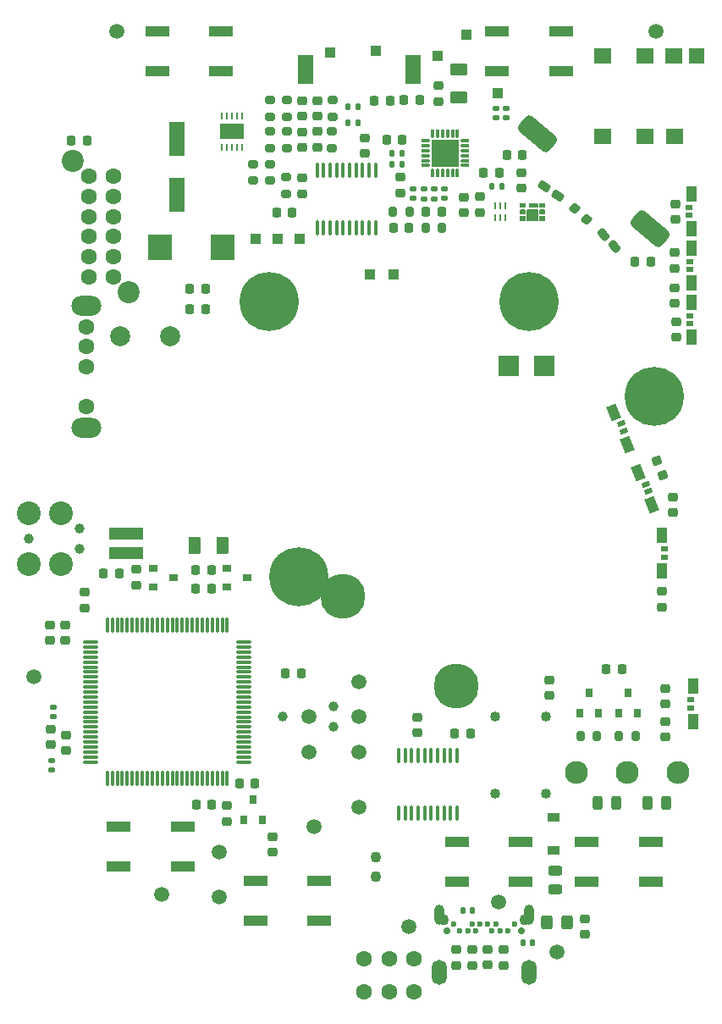
<source format=gbr>
G04 #@! TF.GenerationSoftware,KiCad,Pcbnew,6.0.11+dfsg-1~bpo11+1*
G04 #@! TF.CreationDate,2023-05-24T11:45:56-04:00*
G04 #@! TF.ProjectId,RUSP_Mainboard,52555350-5f4d-4616-996e-626f6172642e,rev?*
G04 #@! TF.SameCoordinates,Original*
G04 #@! TF.FileFunction,Soldermask,Bot*
G04 #@! TF.FilePolarity,Negative*
%FSLAX46Y46*%
G04 Gerber Fmt 4.6, Leading zero omitted, Abs format (unit mm)*
G04 Created by KiCad (PCBNEW 6.0.11+dfsg-1~bpo11+1) date 2023-05-24 11:45:56*
%MOMM*%
%LPD*%
G01*
G04 APERTURE LIST*
G04 Aperture macros list*
%AMRoundRect*
0 Rectangle with rounded corners*
0 $1 Rounding radius*
0 $2 $3 $4 $5 $6 $7 $8 $9 X,Y pos of 4 corners*
0 Add a 4 corners polygon primitive as box body*
4,1,4,$2,$3,$4,$5,$6,$7,$8,$9,$2,$3,0*
0 Add four circle primitives for the rounded corners*
1,1,$1+$1,$2,$3*
1,1,$1+$1,$4,$5*
1,1,$1+$1,$6,$7*
1,1,$1+$1,$8,$9*
0 Add four rect primitives between the rounded corners*
20,1,$1+$1,$2,$3,$4,$5,0*
20,1,$1+$1,$4,$5,$6,$7,0*
20,1,$1+$1,$6,$7,$8,$9,0*
20,1,$1+$1,$8,$9,$2,$3,0*%
%AMRotRect*
0 Rectangle, with rotation*
0 The origin of the aperture is its center*
0 $1 length*
0 $2 width*
0 $3 Rotation angle, in degrees counterclockwise*
0 Add horizontal line*
21,1,$1,$2,0,0,$3*%
%AMFreePoly0*
4,1,10,0.140000,0.000000,0.121244,-0.070000,0.070000,-0.121244,0.000000,-0.140000,-0.070000,-0.121244,-0.121244,-0.070000,-0.140000,0.000000,-0.140000,0.710000,0.140000,0.710000,0.140000,0.000000,0.140000,0.000000,$1*%
G04 Aperture macros list end*
%ADD10C,0.010000*%
%ADD11C,1.020000*%
%ADD12C,2.300000*%
%ADD13C,1.600000*%
%ADD14C,0.700000*%
%ADD15C,0.600000*%
%ADD16O,1.000000X2.000000*%
%ADD17O,1.500000X2.500000*%
%ADD18C,1.100000*%
%ADD19C,2.375000*%
%ADD20C,0.991000*%
%ADD21C,2.000000*%
%ADD22R,0.900000X0.800000*%
%ADD23RoundRect,0.218750X-0.218750X-0.256250X0.218750X-0.256250X0.218750X0.256250X-0.218750X0.256250X0*%
%ADD24RoundRect,0.218750X0.218750X0.256250X-0.218750X0.256250X-0.218750X-0.256250X0.218750X-0.256250X0*%
%ADD25RoundRect,0.218750X0.256250X-0.218750X0.256250X0.218750X-0.256250X0.218750X-0.256250X-0.218750X0*%
%ADD26RoundRect,0.147500X0.172500X-0.147500X0.172500X0.147500X-0.172500X0.147500X-0.172500X-0.147500X0*%
%ADD27RoundRect,0.147500X0.147500X0.172500X-0.147500X0.172500X-0.147500X-0.172500X0.147500X-0.172500X0*%
%ADD28RoundRect,0.147500X-0.172500X0.147500X-0.172500X-0.147500X0.172500X-0.147500X0.172500X0.147500X0*%
%ADD29RoundRect,0.225000X0.225000X0.250000X-0.225000X0.250000X-0.225000X-0.250000X0.225000X-0.250000X0*%
%ADD30RoundRect,0.218750X-0.256250X0.218750X-0.256250X-0.218750X0.256250X-0.218750X0.256250X0.218750X0*%
%ADD31R,2.400000X1.100000*%
%ADD32R,1.000000X1.000000*%
%ADD33C,5.900000*%
%ADD34R,1.600000X1.600000*%
%ADD35R,1.800000X1.600000*%
%ADD36RoundRect,0.243750X-0.243750X-0.456250X0.243750X-0.456250X0.243750X0.456250X-0.243750X0.456250X0*%
%ADD37RoundRect,0.225000X-0.250000X0.225000X-0.250000X-0.225000X0.250000X-0.225000X0.250000X0.225000X0*%
%ADD38RotRect,0.500000X0.800000X292.000000*%
%ADD39RotRect,1.500000X1.000000X292.000000*%
%ADD40RoundRect,0.250000X0.375000X0.625000X-0.375000X0.625000X-0.375000X-0.625000X0.375000X-0.625000X0*%
%ADD41FreePoly0,90.000000*%
%ADD42FreePoly0,0.000000*%
%ADD43FreePoly0,270.000000*%
%ADD44FreePoly0,180.000000*%
%ADD45R,2.700000X2.700000*%
%ADD46RoundRect,0.218750X-0.319536X0.106829X-0.155646X-0.298814X0.319536X-0.106829X0.155646X0.298814X0*%
%ADD47RoundRect,0.218750X0.334028X0.044059X0.008902X0.336803X-0.334028X-0.044059X-0.008902X-0.336803X0*%
%ADD48RoundRect,0.200000X-0.200000X-0.275000X0.200000X-0.275000X0.200000X0.275000X-0.200000X0.275000X0*%
%ADD49RoundRect,0.147500X-0.147500X-0.172500X0.147500X-0.172500X0.147500X0.172500X-0.147500X0.172500X0*%
%ADD50RoundRect,0.212500X0.425571X-0.155068X-0.109734X0.439448X-0.425571X0.155068X0.109734X-0.439448X0*%
%ADD51O,3.000000X2.000000*%
%ADD52R,1.500000X3.000000*%
%ADD53R,1.600000X3.500000*%
%ADD54R,0.280000X0.750000*%
%ADD55R,3.400000X1.200000*%
%ADD56C,1.500000*%
%ADD57RoundRect,0.243750X-0.456250X0.243750X-0.456250X-0.243750X0.456250X-0.243750X0.456250X0.243750X0*%
%ADD58R,2.370000X2.550000*%
%ADD59R,1.200000X0.900000*%
%ADD60RoundRect,0.100000X0.100000X-0.637500X0.100000X0.637500X-0.100000X0.637500X-0.100000X-0.637500X0*%
%ADD61RoundRect,0.100000X-0.100000X0.637500X-0.100000X-0.637500X0.100000X-0.637500X0.100000X0.637500X0*%
%ADD62RoundRect,0.249999X0.325001X0.450001X-0.325001X0.450001X-0.325001X-0.450001X0.325001X-0.450001X0*%
%ADD63R,0.800000X0.900000*%
%ADD64RoundRect,0.250000X0.625000X-0.375000X0.625000X0.375000X-0.625000X0.375000X-0.625000X-0.375000X0*%
%ADD65C,2.200000*%
%ADD66RoundRect,0.212500X0.449546X-0.055361X-0.205776X0.403500X-0.449546X0.055361X0.205776X-0.403500X0*%
%ADD67RoundRect,0.200000X-0.275000X0.200000X-0.275000X-0.200000X0.275000X-0.200000X0.275000X0.200000X0*%
%ADD68R,0.800000X0.500000*%
%ADD69R,1.000000X1.500000*%
%ADD70RoundRect,0.070000X0.070000X-0.667500X0.070000X0.667500X-0.070000X0.667500X-0.070000X-0.667500X0*%
%ADD71RoundRect,0.070000X0.667500X-0.070000X0.667500X0.070000X-0.667500X0.070000X-0.667500X-0.070000X0*%
%ADD72RoundRect,0.500000X1.470460X-0.581159X-0.827673X1.347204X-1.470460X0.581159X0.827673X-1.347204X0*%
%ADD73RoundRect,0.200000X0.200000X0.275000X-0.200000X0.275000X-0.200000X-0.275000X0.200000X-0.275000X0*%
%ADD74R,2.000000X2.000000*%
%ADD75RoundRect,0.200000X0.275000X-0.200000X0.275000X0.200000X-0.275000X0.200000X-0.275000X-0.200000X0*%
%ADD76C,4.500000*%
%ADD77R,0.280000X0.650000*%
%ADD78R,2.480000X1.550000*%
G04 APERTURE END LIST*
G36*
X164725234Y-76150137D02*
G01*
X164730453Y-76150548D01*
X164735643Y-76151231D01*
X164740791Y-76152185D01*
X164745882Y-76153407D01*
X164750902Y-76154894D01*
X164755837Y-76156642D01*
X164760674Y-76158645D01*
X164765399Y-76160899D01*
X164770000Y-76163397D01*
X164774464Y-76166133D01*
X164778779Y-76169098D01*
X164782932Y-76172285D01*
X164786913Y-76175686D01*
X164790711Y-76179289D01*
X164794314Y-76183087D01*
X164797715Y-76187068D01*
X164800902Y-76191221D01*
X164803867Y-76195536D01*
X164806603Y-76200000D01*
X164809101Y-76204601D01*
X164811355Y-76209326D01*
X164813358Y-76214163D01*
X164815106Y-76219098D01*
X164816593Y-76224118D01*
X164817815Y-76229209D01*
X164818769Y-76234357D01*
X164819452Y-76239547D01*
X164819863Y-76244766D01*
X164820000Y-76250000D01*
X164820000Y-76450000D01*
X164819863Y-76455234D01*
X164819452Y-76460453D01*
X164818769Y-76465643D01*
X164817815Y-76470791D01*
X164816593Y-76475882D01*
X164815106Y-76480902D01*
X164813358Y-76485837D01*
X164811355Y-76490674D01*
X164809101Y-76495399D01*
X164806603Y-76500000D01*
X164803867Y-76504464D01*
X164800902Y-76508779D01*
X164797715Y-76512932D01*
X164794314Y-76516913D01*
X164790711Y-76520711D01*
X164786913Y-76524314D01*
X164782932Y-76527715D01*
X164778779Y-76530902D01*
X164774464Y-76533867D01*
X164770000Y-76536603D01*
X164765399Y-76539101D01*
X164760674Y-76541355D01*
X164755837Y-76543358D01*
X164750902Y-76545106D01*
X164745882Y-76546593D01*
X164740791Y-76547815D01*
X164735643Y-76548769D01*
X164730453Y-76549452D01*
X164725234Y-76549863D01*
X164720000Y-76550000D01*
X164070000Y-76550000D01*
X164064766Y-76549863D01*
X164059547Y-76549452D01*
X164054357Y-76548769D01*
X164049209Y-76547815D01*
X164044118Y-76546593D01*
X164039098Y-76545106D01*
X164034163Y-76543358D01*
X164029326Y-76541355D01*
X164024601Y-76539101D01*
X164020000Y-76536603D01*
X164015536Y-76533867D01*
X164011221Y-76530902D01*
X164007068Y-76527715D01*
X164003087Y-76524314D01*
X163999289Y-76520711D01*
X163995686Y-76516913D01*
X163992285Y-76512932D01*
X163989098Y-76508779D01*
X163986133Y-76504464D01*
X163983397Y-76500000D01*
X163980899Y-76495399D01*
X163978645Y-76490674D01*
X163976642Y-76485837D01*
X163974894Y-76480902D01*
X163973407Y-76475882D01*
X163972185Y-76470791D01*
X163971231Y-76465643D01*
X163970548Y-76460453D01*
X163970137Y-76455234D01*
X163970000Y-76450000D01*
X163970000Y-76250000D01*
X163970137Y-76244766D01*
X163970548Y-76239547D01*
X163971231Y-76234357D01*
X163972185Y-76229209D01*
X163973407Y-76224118D01*
X163974894Y-76219098D01*
X163976642Y-76214163D01*
X163978645Y-76209326D01*
X163980899Y-76204601D01*
X163983397Y-76200000D01*
X163986133Y-76195536D01*
X163989098Y-76191221D01*
X163992285Y-76187068D01*
X163995686Y-76183087D01*
X163999289Y-76179289D01*
X164003087Y-76175686D01*
X164007068Y-76172285D01*
X164011221Y-76169098D01*
X164015536Y-76166133D01*
X164020000Y-76163397D01*
X164024601Y-76160899D01*
X164029326Y-76158645D01*
X164034163Y-76156642D01*
X164039098Y-76154894D01*
X164044118Y-76153407D01*
X164049209Y-76152185D01*
X164054357Y-76151231D01*
X164059547Y-76150548D01*
X164064766Y-76150137D01*
X164070000Y-76150000D01*
X164720000Y-76150000D01*
X164725234Y-76150137D01*
G37*
D10*
X164725234Y-76150137D02*
X164730453Y-76150548D01*
X164735643Y-76151231D01*
X164740791Y-76152185D01*
X164745882Y-76153407D01*
X164750902Y-76154894D01*
X164755837Y-76156642D01*
X164760674Y-76158645D01*
X164765399Y-76160899D01*
X164770000Y-76163397D01*
X164774464Y-76166133D01*
X164778779Y-76169098D01*
X164782932Y-76172285D01*
X164786913Y-76175686D01*
X164790711Y-76179289D01*
X164794314Y-76183087D01*
X164797715Y-76187068D01*
X164800902Y-76191221D01*
X164803867Y-76195536D01*
X164806603Y-76200000D01*
X164809101Y-76204601D01*
X164811355Y-76209326D01*
X164813358Y-76214163D01*
X164815106Y-76219098D01*
X164816593Y-76224118D01*
X164817815Y-76229209D01*
X164818769Y-76234357D01*
X164819452Y-76239547D01*
X164819863Y-76244766D01*
X164820000Y-76250000D01*
X164820000Y-76450000D01*
X164819863Y-76455234D01*
X164819452Y-76460453D01*
X164818769Y-76465643D01*
X164817815Y-76470791D01*
X164816593Y-76475882D01*
X164815106Y-76480902D01*
X164813358Y-76485837D01*
X164811355Y-76490674D01*
X164809101Y-76495399D01*
X164806603Y-76500000D01*
X164803867Y-76504464D01*
X164800902Y-76508779D01*
X164797715Y-76512932D01*
X164794314Y-76516913D01*
X164790711Y-76520711D01*
X164786913Y-76524314D01*
X164782932Y-76527715D01*
X164778779Y-76530902D01*
X164774464Y-76533867D01*
X164770000Y-76536603D01*
X164765399Y-76539101D01*
X164760674Y-76541355D01*
X164755837Y-76543358D01*
X164750902Y-76545106D01*
X164745882Y-76546593D01*
X164740791Y-76547815D01*
X164735643Y-76548769D01*
X164730453Y-76549452D01*
X164725234Y-76549863D01*
X164720000Y-76550000D01*
X164070000Y-76550000D01*
X164064766Y-76549863D01*
X164059547Y-76549452D01*
X164054357Y-76548769D01*
X164049209Y-76547815D01*
X164044118Y-76546593D01*
X164039098Y-76545106D01*
X164034163Y-76543358D01*
X164029326Y-76541355D01*
X164024601Y-76539101D01*
X164020000Y-76536603D01*
X164015536Y-76533867D01*
X164011221Y-76530902D01*
X164007068Y-76527715D01*
X164003087Y-76524314D01*
X163999289Y-76520711D01*
X163995686Y-76516913D01*
X163992285Y-76512932D01*
X163989098Y-76508779D01*
X163986133Y-76504464D01*
X163983397Y-76500000D01*
X163980899Y-76495399D01*
X163978645Y-76490674D01*
X163976642Y-76485837D01*
X163974894Y-76480902D01*
X163973407Y-76475882D01*
X163972185Y-76470791D01*
X163971231Y-76465643D01*
X163970548Y-76460453D01*
X163970137Y-76455234D01*
X163970000Y-76450000D01*
X163970000Y-76250000D01*
X163970137Y-76244766D01*
X163970548Y-76239547D01*
X163971231Y-76234357D01*
X163972185Y-76229209D01*
X163973407Y-76224118D01*
X163974894Y-76219098D01*
X163976642Y-76214163D01*
X163978645Y-76209326D01*
X163980899Y-76204601D01*
X163983397Y-76200000D01*
X163986133Y-76195536D01*
X163989098Y-76191221D01*
X163992285Y-76187068D01*
X163995686Y-76183087D01*
X163999289Y-76179289D01*
X164003087Y-76175686D01*
X164007068Y-76172285D01*
X164011221Y-76169098D01*
X164015536Y-76166133D01*
X164020000Y-76163397D01*
X164024601Y-76160899D01*
X164029326Y-76158645D01*
X164034163Y-76156642D01*
X164039098Y-76154894D01*
X164044118Y-76153407D01*
X164049209Y-76152185D01*
X164054357Y-76151231D01*
X164059547Y-76150548D01*
X164064766Y-76150137D01*
X164070000Y-76150000D01*
X164720000Y-76150000D01*
X164725234Y-76150137D01*
G36*
X163505234Y-77450137D02*
G01*
X163510453Y-77450548D01*
X163515643Y-77451231D01*
X163520791Y-77452185D01*
X163525882Y-77453407D01*
X163530902Y-77454894D01*
X163535837Y-77456642D01*
X163540674Y-77458645D01*
X163545399Y-77460899D01*
X163550000Y-77463397D01*
X163554464Y-77466133D01*
X163558779Y-77469098D01*
X163562932Y-77472285D01*
X163566913Y-77475686D01*
X163570711Y-77479289D01*
X163574314Y-77483087D01*
X163577715Y-77487068D01*
X163580902Y-77491221D01*
X163583867Y-77495536D01*
X163586603Y-77500000D01*
X163589101Y-77504601D01*
X163591355Y-77509326D01*
X163593358Y-77514163D01*
X163595106Y-77519098D01*
X163596593Y-77524118D01*
X163597815Y-77529209D01*
X163598769Y-77534357D01*
X163599452Y-77539547D01*
X163599863Y-77544766D01*
X163600000Y-77550000D01*
X163600000Y-77750000D01*
X163599863Y-77755234D01*
X163599452Y-77760453D01*
X163598769Y-77765643D01*
X163597815Y-77770791D01*
X163596593Y-77775882D01*
X163595106Y-77780902D01*
X163593358Y-77785837D01*
X163591355Y-77790674D01*
X163589101Y-77795399D01*
X163586603Y-77800000D01*
X163583867Y-77804464D01*
X163580902Y-77808779D01*
X163577715Y-77812932D01*
X163574314Y-77816913D01*
X163570711Y-77820711D01*
X163566913Y-77824314D01*
X163562932Y-77827715D01*
X163558779Y-77830902D01*
X163554464Y-77833867D01*
X163550000Y-77836603D01*
X163545399Y-77839101D01*
X163540674Y-77841355D01*
X163535837Y-77843358D01*
X163530902Y-77845106D01*
X163525882Y-77846593D01*
X163520791Y-77847815D01*
X163515643Y-77848769D01*
X163510453Y-77849452D01*
X163505234Y-77849863D01*
X163500000Y-77850000D01*
X163150000Y-77850000D01*
X163144766Y-77849863D01*
X163139547Y-77849452D01*
X163134357Y-77848769D01*
X163129209Y-77847815D01*
X163124118Y-77846593D01*
X163119098Y-77845106D01*
X163114163Y-77843358D01*
X163109326Y-77841355D01*
X163104601Y-77839101D01*
X163100000Y-77836603D01*
X163095536Y-77833867D01*
X163091221Y-77830902D01*
X163087068Y-77827715D01*
X163083087Y-77824314D01*
X163079289Y-77820711D01*
X163075686Y-77816913D01*
X163072285Y-77812932D01*
X163069098Y-77808779D01*
X163066133Y-77804464D01*
X163063397Y-77800000D01*
X163060899Y-77795399D01*
X163058645Y-77790674D01*
X163056642Y-77785837D01*
X163054894Y-77780902D01*
X163053407Y-77775882D01*
X163052185Y-77770791D01*
X163051231Y-77765643D01*
X163050548Y-77760453D01*
X163050137Y-77755234D01*
X163050000Y-77750000D01*
X163050000Y-77550000D01*
X163050137Y-77544766D01*
X163050548Y-77539547D01*
X163051231Y-77534357D01*
X163052185Y-77529209D01*
X163053407Y-77524118D01*
X163054894Y-77519098D01*
X163056642Y-77514163D01*
X163058645Y-77509326D01*
X163060899Y-77504601D01*
X163063397Y-77500000D01*
X163066133Y-77495536D01*
X163069098Y-77491221D01*
X163072285Y-77487068D01*
X163075686Y-77483087D01*
X163079289Y-77479289D01*
X163083087Y-77475686D01*
X163087068Y-77472285D01*
X163091221Y-77469098D01*
X163095536Y-77466133D01*
X163100000Y-77463397D01*
X163104601Y-77460899D01*
X163109326Y-77458645D01*
X163114163Y-77456642D01*
X163119098Y-77454894D01*
X163124118Y-77453407D01*
X163129209Y-77452185D01*
X163134357Y-77451231D01*
X163139547Y-77450548D01*
X163144766Y-77450137D01*
X163150000Y-77450000D01*
X163500000Y-77450000D01*
X163505234Y-77450137D01*
G37*
X163505234Y-77450137D02*
X163510453Y-77450548D01*
X163515643Y-77451231D01*
X163520791Y-77452185D01*
X163525882Y-77453407D01*
X163530902Y-77454894D01*
X163535837Y-77456642D01*
X163540674Y-77458645D01*
X163545399Y-77460899D01*
X163550000Y-77463397D01*
X163554464Y-77466133D01*
X163558779Y-77469098D01*
X163562932Y-77472285D01*
X163566913Y-77475686D01*
X163570711Y-77479289D01*
X163574314Y-77483087D01*
X163577715Y-77487068D01*
X163580902Y-77491221D01*
X163583867Y-77495536D01*
X163586603Y-77500000D01*
X163589101Y-77504601D01*
X163591355Y-77509326D01*
X163593358Y-77514163D01*
X163595106Y-77519098D01*
X163596593Y-77524118D01*
X163597815Y-77529209D01*
X163598769Y-77534357D01*
X163599452Y-77539547D01*
X163599863Y-77544766D01*
X163600000Y-77550000D01*
X163600000Y-77750000D01*
X163599863Y-77755234D01*
X163599452Y-77760453D01*
X163598769Y-77765643D01*
X163597815Y-77770791D01*
X163596593Y-77775882D01*
X163595106Y-77780902D01*
X163593358Y-77785837D01*
X163591355Y-77790674D01*
X163589101Y-77795399D01*
X163586603Y-77800000D01*
X163583867Y-77804464D01*
X163580902Y-77808779D01*
X163577715Y-77812932D01*
X163574314Y-77816913D01*
X163570711Y-77820711D01*
X163566913Y-77824314D01*
X163562932Y-77827715D01*
X163558779Y-77830902D01*
X163554464Y-77833867D01*
X163550000Y-77836603D01*
X163545399Y-77839101D01*
X163540674Y-77841355D01*
X163535837Y-77843358D01*
X163530902Y-77845106D01*
X163525882Y-77846593D01*
X163520791Y-77847815D01*
X163515643Y-77848769D01*
X163510453Y-77849452D01*
X163505234Y-77849863D01*
X163500000Y-77850000D01*
X163150000Y-77850000D01*
X163144766Y-77849863D01*
X163139547Y-77849452D01*
X163134357Y-77848769D01*
X163129209Y-77847815D01*
X163124118Y-77846593D01*
X163119098Y-77845106D01*
X163114163Y-77843358D01*
X163109326Y-77841355D01*
X163104601Y-77839101D01*
X163100000Y-77836603D01*
X163095536Y-77833867D01*
X163091221Y-77830902D01*
X163087068Y-77827715D01*
X163083087Y-77824314D01*
X163079289Y-77820711D01*
X163075686Y-77816913D01*
X163072285Y-77812932D01*
X163069098Y-77808779D01*
X163066133Y-77804464D01*
X163063397Y-77800000D01*
X163060899Y-77795399D01*
X163058645Y-77790674D01*
X163056642Y-77785837D01*
X163054894Y-77780902D01*
X163053407Y-77775882D01*
X163052185Y-77770791D01*
X163051231Y-77765643D01*
X163050548Y-77760453D01*
X163050137Y-77755234D01*
X163050000Y-77750000D01*
X163050000Y-77550000D01*
X163050137Y-77544766D01*
X163050548Y-77539547D01*
X163051231Y-77534357D01*
X163052185Y-77529209D01*
X163053407Y-77524118D01*
X163054894Y-77519098D01*
X163056642Y-77514163D01*
X163058645Y-77509326D01*
X163060899Y-77504601D01*
X163063397Y-77500000D01*
X163066133Y-77495536D01*
X163069098Y-77491221D01*
X163072285Y-77487068D01*
X163075686Y-77483087D01*
X163079289Y-77479289D01*
X163083087Y-77475686D01*
X163087068Y-77472285D01*
X163091221Y-77469098D01*
X163095536Y-77466133D01*
X163100000Y-77463397D01*
X163104601Y-77460899D01*
X163109326Y-77458645D01*
X163114163Y-77456642D01*
X163119098Y-77454894D01*
X163124118Y-77453407D01*
X163129209Y-77452185D01*
X163134357Y-77451231D01*
X163139547Y-77450548D01*
X163144766Y-77450137D01*
X163150000Y-77450000D01*
X163500000Y-77450000D01*
X163505234Y-77450137D01*
G36*
X163505234Y-76150137D02*
G01*
X163510453Y-76150548D01*
X163515643Y-76151231D01*
X163520791Y-76152185D01*
X163525882Y-76153407D01*
X163530902Y-76154894D01*
X163535837Y-76156642D01*
X163540674Y-76158645D01*
X163545399Y-76160899D01*
X163550000Y-76163397D01*
X163554464Y-76166133D01*
X163558779Y-76169098D01*
X163562932Y-76172285D01*
X163566913Y-76175686D01*
X163570711Y-76179289D01*
X163574314Y-76183087D01*
X163577715Y-76187068D01*
X163580902Y-76191221D01*
X163583867Y-76195536D01*
X163586603Y-76200000D01*
X163589101Y-76204601D01*
X163591355Y-76209326D01*
X163593358Y-76214163D01*
X163595106Y-76219098D01*
X163596593Y-76224118D01*
X163597815Y-76229209D01*
X163598769Y-76234357D01*
X163599452Y-76239547D01*
X163599863Y-76244766D01*
X163600000Y-76250000D01*
X163600000Y-76450000D01*
X163599863Y-76455234D01*
X163599452Y-76460453D01*
X163598769Y-76465643D01*
X163597815Y-76470791D01*
X163596593Y-76475882D01*
X163595106Y-76480902D01*
X163593358Y-76485837D01*
X163591355Y-76490674D01*
X163589101Y-76495399D01*
X163586603Y-76500000D01*
X163583867Y-76504464D01*
X163580902Y-76508779D01*
X163577715Y-76512932D01*
X163574314Y-76516913D01*
X163570711Y-76520711D01*
X163566913Y-76524314D01*
X163562932Y-76527715D01*
X163558779Y-76530902D01*
X163554464Y-76533867D01*
X163550000Y-76536603D01*
X163545399Y-76539101D01*
X163540674Y-76541355D01*
X163535837Y-76543358D01*
X163530902Y-76545106D01*
X163525882Y-76546593D01*
X163520791Y-76547815D01*
X163515643Y-76548769D01*
X163510453Y-76549452D01*
X163505234Y-76549863D01*
X163500000Y-76550000D01*
X163150000Y-76550000D01*
X163144766Y-76549863D01*
X163139547Y-76549452D01*
X163134357Y-76548769D01*
X163129209Y-76547815D01*
X163124118Y-76546593D01*
X163119098Y-76545106D01*
X163114163Y-76543358D01*
X163109326Y-76541355D01*
X163104601Y-76539101D01*
X163100000Y-76536603D01*
X163095536Y-76533867D01*
X163091221Y-76530902D01*
X163087068Y-76527715D01*
X163083087Y-76524314D01*
X163079289Y-76520711D01*
X163075686Y-76516913D01*
X163072285Y-76512932D01*
X163069098Y-76508779D01*
X163066133Y-76504464D01*
X163063397Y-76500000D01*
X163060899Y-76495399D01*
X163058645Y-76490674D01*
X163056642Y-76485837D01*
X163054894Y-76480902D01*
X163053407Y-76475882D01*
X163052185Y-76470791D01*
X163051231Y-76465643D01*
X163050548Y-76460453D01*
X163050137Y-76455234D01*
X163050000Y-76450000D01*
X163050000Y-76250000D01*
X163050137Y-76244766D01*
X163050548Y-76239547D01*
X163051231Y-76234357D01*
X163052185Y-76229209D01*
X163053407Y-76224118D01*
X163054894Y-76219098D01*
X163056642Y-76214163D01*
X163058645Y-76209326D01*
X163060899Y-76204601D01*
X163063397Y-76200000D01*
X163066133Y-76195536D01*
X163069098Y-76191221D01*
X163072285Y-76187068D01*
X163075686Y-76183087D01*
X163079289Y-76179289D01*
X163083087Y-76175686D01*
X163087068Y-76172285D01*
X163091221Y-76169098D01*
X163095536Y-76166133D01*
X163100000Y-76163397D01*
X163104601Y-76160899D01*
X163109326Y-76158645D01*
X163114163Y-76156642D01*
X163119098Y-76154894D01*
X163124118Y-76153407D01*
X163129209Y-76152185D01*
X163134357Y-76151231D01*
X163139547Y-76150548D01*
X163144766Y-76150137D01*
X163150000Y-76150000D01*
X163500000Y-76150000D01*
X163505234Y-76150137D01*
G37*
X163505234Y-76150137D02*
X163510453Y-76150548D01*
X163515643Y-76151231D01*
X163520791Y-76152185D01*
X163525882Y-76153407D01*
X163530902Y-76154894D01*
X163535837Y-76156642D01*
X163540674Y-76158645D01*
X163545399Y-76160899D01*
X163550000Y-76163397D01*
X163554464Y-76166133D01*
X163558779Y-76169098D01*
X163562932Y-76172285D01*
X163566913Y-76175686D01*
X163570711Y-76179289D01*
X163574314Y-76183087D01*
X163577715Y-76187068D01*
X163580902Y-76191221D01*
X163583867Y-76195536D01*
X163586603Y-76200000D01*
X163589101Y-76204601D01*
X163591355Y-76209326D01*
X163593358Y-76214163D01*
X163595106Y-76219098D01*
X163596593Y-76224118D01*
X163597815Y-76229209D01*
X163598769Y-76234357D01*
X163599452Y-76239547D01*
X163599863Y-76244766D01*
X163600000Y-76250000D01*
X163600000Y-76450000D01*
X163599863Y-76455234D01*
X163599452Y-76460453D01*
X163598769Y-76465643D01*
X163597815Y-76470791D01*
X163596593Y-76475882D01*
X163595106Y-76480902D01*
X163593358Y-76485837D01*
X163591355Y-76490674D01*
X163589101Y-76495399D01*
X163586603Y-76500000D01*
X163583867Y-76504464D01*
X163580902Y-76508779D01*
X163577715Y-76512932D01*
X163574314Y-76516913D01*
X163570711Y-76520711D01*
X163566913Y-76524314D01*
X163562932Y-76527715D01*
X163558779Y-76530902D01*
X163554464Y-76533867D01*
X163550000Y-76536603D01*
X163545399Y-76539101D01*
X163540674Y-76541355D01*
X163535837Y-76543358D01*
X163530902Y-76545106D01*
X163525882Y-76546593D01*
X163520791Y-76547815D01*
X163515643Y-76548769D01*
X163510453Y-76549452D01*
X163505234Y-76549863D01*
X163500000Y-76550000D01*
X163150000Y-76550000D01*
X163144766Y-76549863D01*
X163139547Y-76549452D01*
X163134357Y-76548769D01*
X163129209Y-76547815D01*
X163124118Y-76546593D01*
X163119098Y-76545106D01*
X163114163Y-76543358D01*
X163109326Y-76541355D01*
X163104601Y-76539101D01*
X163100000Y-76536603D01*
X163095536Y-76533867D01*
X163091221Y-76530902D01*
X163087068Y-76527715D01*
X163083087Y-76524314D01*
X163079289Y-76520711D01*
X163075686Y-76516913D01*
X163072285Y-76512932D01*
X163069098Y-76508779D01*
X163066133Y-76504464D01*
X163063397Y-76500000D01*
X163060899Y-76495399D01*
X163058645Y-76490674D01*
X163056642Y-76485837D01*
X163054894Y-76480902D01*
X163053407Y-76475882D01*
X163052185Y-76470791D01*
X163051231Y-76465643D01*
X163050548Y-76460453D01*
X163050137Y-76455234D01*
X163050000Y-76450000D01*
X163050000Y-76250000D01*
X163050137Y-76244766D01*
X163050548Y-76239547D01*
X163051231Y-76234357D01*
X163052185Y-76229209D01*
X163053407Y-76224118D01*
X163054894Y-76219098D01*
X163056642Y-76214163D01*
X163058645Y-76209326D01*
X163060899Y-76204601D01*
X163063397Y-76200000D01*
X163066133Y-76195536D01*
X163069098Y-76191221D01*
X163072285Y-76187068D01*
X163075686Y-76183087D01*
X163079289Y-76179289D01*
X163083087Y-76175686D01*
X163087068Y-76172285D01*
X163091221Y-76169098D01*
X163095536Y-76166133D01*
X163100000Y-76163397D01*
X163104601Y-76160899D01*
X163109326Y-76158645D01*
X163114163Y-76156642D01*
X163119098Y-76154894D01*
X163124118Y-76153407D01*
X163129209Y-76152185D01*
X163134357Y-76151231D01*
X163139547Y-76150548D01*
X163144766Y-76150137D01*
X163150000Y-76150000D01*
X163500000Y-76150000D01*
X163505234Y-76150137D01*
G36*
X164755234Y-76800137D02*
G01*
X164760453Y-76800548D01*
X164765643Y-76801231D01*
X164770791Y-76802185D01*
X164775882Y-76803407D01*
X164780902Y-76804894D01*
X164785837Y-76806642D01*
X164790674Y-76808645D01*
X164795399Y-76810899D01*
X164800000Y-76813397D01*
X164804464Y-76816133D01*
X164808779Y-76819098D01*
X164812932Y-76822285D01*
X164816913Y-76825686D01*
X164820711Y-76829289D01*
X164824314Y-76833087D01*
X164827715Y-76837068D01*
X164830902Y-76841221D01*
X164833867Y-76845536D01*
X164836603Y-76850000D01*
X164839101Y-76854601D01*
X164841355Y-76859326D01*
X164843358Y-76864163D01*
X164845106Y-76869098D01*
X164846593Y-76874118D01*
X164847815Y-76879209D01*
X164848769Y-76884357D01*
X164849452Y-76889547D01*
X164849863Y-76894766D01*
X164850000Y-76900000D01*
X164850000Y-77750000D01*
X164849863Y-77755234D01*
X164849452Y-77760453D01*
X164848769Y-77765643D01*
X164847815Y-77770791D01*
X164846593Y-77775882D01*
X164845106Y-77780902D01*
X164843358Y-77785837D01*
X164841355Y-77790674D01*
X164839101Y-77795399D01*
X164836603Y-77800000D01*
X164833867Y-77804464D01*
X164830902Y-77808779D01*
X164827715Y-77812932D01*
X164824314Y-77816913D01*
X164820711Y-77820711D01*
X164816913Y-77824314D01*
X164812932Y-77827715D01*
X164808779Y-77830902D01*
X164804464Y-77833867D01*
X164800000Y-77836603D01*
X164795399Y-77839101D01*
X164790674Y-77841355D01*
X164785837Y-77843358D01*
X164780902Y-77845106D01*
X164775882Y-77846593D01*
X164770791Y-77847815D01*
X164765643Y-77848769D01*
X164760453Y-77849452D01*
X164755234Y-77849863D01*
X164750000Y-77850000D01*
X163850000Y-77850000D01*
X163844766Y-77849863D01*
X163839547Y-77849452D01*
X163834357Y-77848769D01*
X163829209Y-77847815D01*
X163824118Y-77846593D01*
X163819098Y-77845106D01*
X163814163Y-77843358D01*
X163809326Y-77841355D01*
X163804601Y-77839101D01*
X163800000Y-77836603D01*
X163795536Y-77833867D01*
X163791221Y-77830902D01*
X163787068Y-77827715D01*
X163783087Y-77824314D01*
X163779289Y-77820711D01*
X163775686Y-77816913D01*
X163772285Y-77812932D01*
X163769098Y-77808779D01*
X163766133Y-77804464D01*
X163763397Y-77800000D01*
X163760899Y-77795399D01*
X163758645Y-77790674D01*
X163756642Y-77785837D01*
X163754894Y-77780902D01*
X163753407Y-77775882D01*
X163752185Y-77770791D01*
X163751231Y-77765643D01*
X163750548Y-77760453D01*
X163750137Y-77755234D01*
X163750000Y-77750000D01*
X163750000Y-76900000D01*
X163750137Y-76894766D01*
X163750548Y-76889547D01*
X163751231Y-76884357D01*
X163752185Y-76879209D01*
X163753407Y-76874118D01*
X163754894Y-76869098D01*
X163756642Y-76864163D01*
X163758645Y-76859326D01*
X163760899Y-76854601D01*
X163763397Y-76850000D01*
X163766133Y-76845536D01*
X163769098Y-76841221D01*
X163772285Y-76837068D01*
X163775686Y-76833087D01*
X163779289Y-76829289D01*
X163783087Y-76825686D01*
X163787068Y-76822285D01*
X163791221Y-76819098D01*
X163795536Y-76816133D01*
X163800000Y-76813397D01*
X163804601Y-76810899D01*
X163809326Y-76808645D01*
X163814163Y-76806642D01*
X163819098Y-76804894D01*
X163824118Y-76803407D01*
X163829209Y-76802185D01*
X163834357Y-76801231D01*
X163839547Y-76800548D01*
X163844766Y-76800137D01*
X163850000Y-76800000D01*
X164750000Y-76800000D01*
X164755234Y-76800137D01*
G37*
X164755234Y-76800137D02*
X164760453Y-76800548D01*
X164765643Y-76801231D01*
X164770791Y-76802185D01*
X164775882Y-76803407D01*
X164780902Y-76804894D01*
X164785837Y-76806642D01*
X164790674Y-76808645D01*
X164795399Y-76810899D01*
X164800000Y-76813397D01*
X164804464Y-76816133D01*
X164808779Y-76819098D01*
X164812932Y-76822285D01*
X164816913Y-76825686D01*
X164820711Y-76829289D01*
X164824314Y-76833087D01*
X164827715Y-76837068D01*
X164830902Y-76841221D01*
X164833867Y-76845536D01*
X164836603Y-76850000D01*
X164839101Y-76854601D01*
X164841355Y-76859326D01*
X164843358Y-76864163D01*
X164845106Y-76869098D01*
X164846593Y-76874118D01*
X164847815Y-76879209D01*
X164848769Y-76884357D01*
X164849452Y-76889547D01*
X164849863Y-76894766D01*
X164850000Y-76900000D01*
X164850000Y-77750000D01*
X164849863Y-77755234D01*
X164849452Y-77760453D01*
X164848769Y-77765643D01*
X164847815Y-77770791D01*
X164846593Y-77775882D01*
X164845106Y-77780902D01*
X164843358Y-77785837D01*
X164841355Y-77790674D01*
X164839101Y-77795399D01*
X164836603Y-77800000D01*
X164833867Y-77804464D01*
X164830902Y-77808779D01*
X164827715Y-77812932D01*
X164824314Y-77816913D01*
X164820711Y-77820711D01*
X164816913Y-77824314D01*
X164812932Y-77827715D01*
X164808779Y-77830902D01*
X164804464Y-77833867D01*
X164800000Y-77836603D01*
X164795399Y-77839101D01*
X164790674Y-77841355D01*
X164785837Y-77843358D01*
X164780902Y-77845106D01*
X164775882Y-77846593D01*
X164770791Y-77847815D01*
X164765643Y-77848769D01*
X164760453Y-77849452D01*
X164755234Y-77849863D01*
X164750000Y-77850000D01*
X163850000Y-77850000D01*
X163844766Y-77849863D01*
X163839547Y-77849452D01*
X163834357Y-77848769D01*
X163829209Y-77847815D01*
X163824118Y-77846593D01*
X163819098Y-77845106D01*
X163814163Y-77843358D01*
X163809326Y-77841355D01*
X163804601Y-77839101D01*
X163800000Y-77836603D01*
X163795536Y-77833867D01*
X163791221Y-77830902D01*
X163787068Y-77827715D01*
X163783087Y-77824314D01*
X163779289Y-77820711D01*
X163775686Y-77816913D01*
X163772285Y-77812932D01*
X163769098Y-77808779D01*
X163766133Y-77804464D01*
X163763397Y-77800000D01*
X163760899Y-77795399D01*
X163758645Y-77790674D01*
X163756642Y-77785837D01*
X163754894Y-77780902D01*
X163753407Y-77775882D01*
X163752185Y-77770791D01*
X163751231Y-77765643D01*
X163750548Y-77760453D01*
X163750137Y-77755234D01*
X163750000Y-77750000D01*
X163750000Y-76900000D01*
X163750137Y-76894766D01*
X163750548Y-76889547D01*
X163751231Y-76884357D01*
X163752185Y-76879209D01*
X163753407Y-76874118D01*
X163754894Y-76869098D01*
X163756642Y-76864163D01*
X163758645Y-76859326D01*
X163760899Y-76854601D01*
X163763397Y-76850000D01*
X163766133Y-76845536D01*
X163769098Y-76841221D01*
X163772285Y-76837068D01*
X163775686Y-76833087D01*
X163779289Y-76829289D01*
X163783087Y-76825686D01*
X163787068Y-76822285D01*
X163791221Y-76819098D01*
X163795536Y-76816133D01*
X163800000Y-76813397D01*
X163804601Y-76810899D01*
X163809326Y-76808645D01*
X163814163Y-76806642D01*
X163819098Y-76804894D01*
X163824118Y-76803407D01*
X163829209Y-76802185D01*
X163834357Y-76801231D01*
X163839547Y-76800548D01*
X163844766Y-76800137D01*
X163850000Y-76800000D01*
X164750000Y-76800000D01*
X164755234Y-76800137D01*
G36*
X165455234Y-77450137D02*
G01*
X165460453Y-77450548D01*
X165465643Y-77451231D01*
X165470791Y-77452185D01*
X165475882Y-77453407D01*
X165480902Y-77454894D01*
X165485837Y-77456642D01*
X165490674Y-77458645D01*
X165495399Y-77460899D01*
X165500000Y-77463397D01*
X165504464Y-77466133D01*
X165508779Y-77469098D01*
X165512932Y-77472285D01*
X165516913Y-77475686D01*
X165520711Y-77479289D01*
X165524314Y-77483087D01*
X165527715Y-77487068D01*
X165530902Y-77491221D01*
X165533867Y-77495536D01*
X165536603Y-77500000D01*
X165539101Y-77504601D01*
X165541355Y-77509326D01*
X165543358Y-77514163D01*
X165545106Y-77519098D01*
X165546593Y-77524118D01*
X165547815Y-77529209D01*
X165548769Y-77534357D01*
X165549452Y-77539547D01*
X165549863Y-77544766D01*
X165550000Y-77550000D01*
X165550000Y-77750000D01*
X165549863Y-77755234D01*
X165549452Y-77760453D01*
X165548769Y-77765643D01*
X165547815Y-77770791D01*
X165546593Y-77775882D01*
X165545106Y-77780902D01*
X165543358Y-77785837D01*
X165541355Y-77790674D01*
X165539101Y-77795399D01*
X165536603Y-77800000D01*
X165533867Y-77804464D01*
X165530902Y-77808779D01*
X165527715Y-77812932D01*
X165524314Y-77816913D01*
X165520711Y-77820711D01*
X165516913Y-77824314D01*
X165512932Y-77827715D01*
X165508779Y-77830902D01*
X165504464Y-77833867D01*
X165500000Y-77836603D01*
X165495399Y-77839101D01*
X165490674Y-77841355D01*
X165485837Y-77843358D01*
X165480902Y-77845106D01*
X165475882Y-77846593D01*
X165470791Y-77847815D01*
X165465643Y-77848769D01*
X165460453Y-77849452D01*
X165455234Y-77849863D01*
X165450000Y-77850000D01*
X165100000Y-77850000D01*
X165094766Y-77849863D01*
X165089547Y-77849452D01*
X165084357Y-77848769D01*
X165079209Y-77847815D01*
X165074118Y-77846593D01*
X165069098Y-77845106D01*
X165064163Y-77843358D01*
X165059326Y-77841355D01*
X165054601Y-77839101D01*
X165050000Y-77836603D01*
X165045536Y-77833867D01*
X165041221Y-77830902D01*
X165037068Y-77827715D01*
X165033087Y-77824314D01*
X165029289Y-77820711D01*
X165025686Y-77816913D01*
X165022285Y-77812932D01*
X165019098Y-77808779D01*
X165016133Y-77804464D01*
X165013397Y-77800000D01*
X165010899Y-77795399D01*
X165008645Y-77790674D01*
X165006642Y-77785837D01*
X165004894Y-77780902D01*
X165003407Y-77775882D01*
X165002185Y-77770791D01*
X165001231Y-77765643D01*
X165000548Y-77760453D01*
X165000137Y-77755234D01*
X165000000Y-77750000D01*
X165000000Y-77550000D01*
X165000137Y-77544766D01*
X165000548Y-77539547D01*
X165001231Y-77534357D01*
X165002185Y-77529209D01*
X165003407Y-77524118D01*
X165004894Y-77519098D01*
X165006642Y-77514163D01*
X165008645Y-77509326D01*
X165010899Y-77504601D01*
X165013397Y-77500000D01*
X165016133Y-77495536D01*
X165019098Y-77491221D01*
X165022285Y-77487068D01*
X165025686Y-77483087D01*
X165029289Y-77479289D01*
X165033087Y-77475686D01*
X165037068Y-77472285D01*
X165041221Y-77469098D01*
X165045536Y-77466133D01*
X165050000Y-77463397D01*
X165054601Y-77460899D01*
X165059326Y-77458645D01*
X165064163Y-77456642D01*
X165069098Y-77454894D01*
X165074118Y-77453407D01*
X165079209Y-77452185D01*
X165084357Y-77451231D01*
X165089547Y-77450548D01*
X165094766Y-77450137D01*
X165100000Y-77450000D01*
X165450000Y-77450000D01*
X165455234Y-77450137D01*
G37*
X165455234Y-77450137D02*
X165460453Y-77450548D01*
X165465643Y-77451231D01*
X165470791Y-77452185D01*
X165475882Y-77453407D01*
X165480902Y-77454894D01*
X165485837Y-77456642D01*
X165490674Y-77458645D01*
X165495399Y-77460899D01*
X165500000Y-77463397D01*
X165504464Y-77466133D01*
X165508779Y-77469098D01*
X165512932Y-77472285D01*
X165516913Y-77475686D01*
X165520711Y-77479289D01*
X165524314Y-77483087D01*
X165527715Y-77487068D01*
X165530902Y-77491221D01*
X165533867Y-77495536D01*
X165536603Y-77500000D01*
X165539101Y-77504601D01*
X165541355Y-77509326D01*
X165543358Y-77514163D01*
X165545106Y-77519098D01*
X165546593Y-77524118D01*
X165547815Y-77529209D01*
X165548769Y-77534357D01*
X165549452Y-77539547D01*
X165549863Y-77544766D01*
X165550000Y-77550000D01*
X165550000Y-77750000D01*
X165549863Y-77755234D01*
X165549452Y-77760453D01*
X165548769Y-77765643D01*
X165547815Y-77770791D01*
X165546593Y-77775882D01*
X165545106Y-77780902D01*
X165543358Y-77785837D01*
X165541355Y-77790674D01*
X165539101Y-77795399D01*
X165536603Y-77800000D01*
X165533867Y-77804464D01*
X165530902Y-77808779D01*
X165527715Y-77812932D01*
X165524314Y-77816913D01*
X165520711Y-77820711D01*
X165516913Y-77824314D01*
X165512932Y-77827715D01*
X165508779Y-77830902D01*
X165504464Y-77833867D01*
X165500000Y-77836603D01*
X165495399Y-77839101D01*
X165490674Y-77841355D01*
X165485837Y-77843358D01*
X165480902Y-77845106D01*
X165475882Y-77846593D01*
X165470791Y-77847815D01*
X165465643Y-77848769D01*
X165460453Y-77849452D01*
X165455234Y-77849863D01*
X165450000Y-77850000D01*
X165100000Y-77850000D01*
X165094766Y-77849863D01*
X165089547Y-77849452D01*
X165084357Y-77848769D01*
X165079209Y-77847815D01*
X165074118Y-77846593D01*
X165069098Y-77845106D01*
X165064163Y-77843358D01*
X165059326Y-77841355D01*
X165054601Y-77839101D01*
X165050000Y-77836603D01*
X165045536Y-77833867D01*
X165041221Y-77830902D01*
X165037068Y-77827715D01*
X165033087Y-77824314D01*
X165029289Y-77820711D01*
X165025686Y-77816913D01*
X165022285Y-77812932D01*
X165019098Y-77808779D01*
X165016133Y-77804464D01*
X165013397Y-77800000D01*
X165010899Y-77795399D01*
X165008645Y-77790674D01*
X165006642Y-77785837D01*
X165004894Y-77780902D01*
X165003407Y-77775882D01*
X165002185Y-77770791D01*
X165001231Y-77765643D01*
X165000548Y-77760453D01*
X165000137Y-77755234D01*
X165000000Y-77750000D01*
X165000000Y-77550000D01*
X165000137Y-77544766D01*
X165000548Y-77539547D01*
X165001231Y-77534357D01*
X165002185Y-77529209D01*
X165003407Y-77524118D01*
X165004894Y-77519098D01*
X165006642Y-77514163D01*
X165008645Y-77509326D01*
X165010899Y-77504601D01*
X165013397Y-77500000D01*
X165016133Y-77495536D01*
X165019098Y-77491221D01*
X165022285Y-77487068D01*
X165025686Y-77483087D01*
X165029289Y-77479289D01*
X165033087Y-77475686D01*
X165037068Y-77472285D01*
X165041221Y-77469098D01*
X165045536Y-77466133D01*
X165050000Y-77463397D01*
X165054601Y-77460899D01*
X165059326Y-77458645D01*
X165064163Y-77456642D01*
X165069098Y-77454894D01*
X165074118Y-77453407D01*
X165079209Y-77452185D01*
X165084357Y-77451231D01*
X165089547Y-77450548D01*
X165094766Y-77450137D01*
X165100000Y-77450000D01*
X165450000Y-77450000D01*
X165455234Y-77450137D01*
G36*
X165455234Y-76150137D02*
G01*
X165460453Y-76150548D01*
X165465643Y-76151231D01*
X165470791Y-76152185D01*
X165475882Y-76153407D01*
X165480902Y-76154894D01*
X165485837Y-76156642D01*
X165490674Y-76158645D01*
X165495399Y-76160899D01*
X165500000Y-76163397D01*
X165504464Y-76166133D01*
X165508779Y-76169098D01*
X165512932Y-76172285D01*
X165516913Y-76175686D01*
X165520711Y-76179289D01*
X165524314Y-76183087D01*
X165527715Y-76187068D01*
X165530902Y-76191221D01*
X165533867Y-76195536D01*
X165536603Y-76200000D01*
X165539101Y-76204601D01*
X165541355Y-76209326D01*
X165543358Y-76214163D01*
X165545106Y-76219098D01*
X165546593Y-76224118D01*
X165547815Y-76229209D01*
X165548769Y-76234357D01*
X165549452Y-76239547D01*
X165549863Y-76244766D01*
X165550000Y-76250000D01*
X165550000Y-76450000D01*
X165549863Y-76455234D01*
X165549452Y-76460453D01*
X165548769Y-76465643D01*
X165547815Y-76470791D01*
X165546593Y-76475882D01*
X165545106Y-76480902D01*
X165543358Y-76485837D01*
X165541355Y-76490674D01*
X165539101Y-76495399D01*
X165536603Y-76500000D01*
X165533867Y-76504464D01*
X165530902Y-76508779D01*
X165527715Y-76512932D01*
X165524314Y-76516913D01*
X165520711Y-76520711D01*
X165516913Y-76524314D01*
X165512932Y-76527715D01*
X165508779Y-76530902D01*
X165504464Y-76533867D01*
X165500000Y-76536603D01*
X165495399Y-76539101D01*
X165490674Y-76541355D01*
X165485837Y-76543358D01*
X165480902Y-76545106D01*
X165475882Y-76546593D01*
X165470791Y-76547815D01*
X165465643Y-76548769D01*
X165460453Y-76549452D01*
X165455234Y-76549863D01*
X165450000Y-76550000D01*
X165100000Y-76550000D01*
X165094766Y-76549863D01*
X165089547Y-76549452D01*
X165084357Y-76548769D01*
X165079209Y-76547815D01*
X165074118Y-76546593D01*
X165069098Y-76545106D01*
X165064163Y-76543358D01*
X165059326Y-76541355D01*
X165054601Y-76539101D01*
X165050000Y-76536603D01*
X165045536Y-76533867D01*
X165041221Y-76530902D01*
X165037068Y-76527715D01*
X165033087Y-76524314D01*
X165029289Y-76520711D01*
X165025686Y-76516913D01*
X165022285Y-76512932D01*
X165019098Y-76508779D01*
X165016133Y-76504464D01*
X165013397Y-76500000D01*
X165010899Y-76495399D01*
X165008645Y-76490674D01*
X165006642Y-76485837D01*
X165004894Y-76480902D01*
X165003407Y-76475882D01*
X165002185Y-76470791D01*
X165001231Y-76465643D01*
X165000548Y-76460453D01*
X165000137Y-76455234D01*
X165000000Y-76450000D01*
X165000000Y-76250000D01*
X165000137Y-76244766D01*
X165000548Y-76239547D01*
X165001231Y-76234357D01*
X165002185Y-76229209D01*
X165003407Y-76224118D01*
X165004894Y-76219098D01*
X165006642Y-76214163D01*
X165008645Y-76209326D01*
X165010899Y-76204601D01*
X165013397Y-76200000D01*
X165016133Y-76195536D01*
X165019098Y-76191221D01*
X165022285Y-76187068D01*
X165025686Y-76183087D01*
X165029289Y-76179289D01*
X165033087Y-76175686D01*
X165037068Y-76172285D01*
X165041221Y-76169098D01*
X165045536Y-76166133D01*
X165050000Y-76163397D01*
X165054601Y-76160899D01*
X165059326Y-76158645D01*
X165064163Y-76156642D01*
X165069098Y-76154894D01*
X165074118Y-76153407D01*
X165079209Y-76152185D01*
X165084357Y-76151231D01*
X165089547Y-76150548D01*
X165094766Y-76150137D01*
X165100000Y-76150000D01*
X165450000Y-76150000D01*
X165455234Y-76150137D01*
G37*
X165455234Y-76150137D02*
X165460453Y-76150548D01*
X165465643Y-76151231D01*
X165470791Y-76152185D01*
X165475882Y-76153407D01*
X165480902Y-76154894D01*
X165485837Y-76156642D01*
X165490674Y-76158645D01*
X165495399Y-76160899D01*
X165500000Y-76163397D01*
X165504464Y-76166133D01*
X165508779Y-76169098D01*
X165512932Y-76172285D01*
X165516913Y-76175686D01*
X165520711Y-76179289D01*
X165524314Y-76183087D01*
X165527715Y-76187068D01*
X165530902Y-76191221D01*
X165533867Y-76195536D01*
X165536603Y-76200000D01*
X165539101Y-76204601D01*
X165541355Y-76209326D01*
X165543358Y-76214163D01*
X165545106Y-76219098D01*
X165546593Y-76224118D01*
X165547815Y-76229209D01*
X165548769Y-76234357D01*
X165549452Y-76239547D01*
X165549863Y-76244766D01*
X165550000Y-76250000D01*
X165550000Y-76450000D01*
X165549863Y-76455234D01*
X165549452Y-76460453D01*
X165548769Y-76465643D01*
X165547815Y-76470791D01*
X165546593Y-76475882D01*
X165545106Y-76480902D01*
X165543358Y-76485837D01*
X165541355Y-76490674D01*
X165539101Y-76495399D01*
X165536603Y-76500000D01*
X165533867Y-76504464D01*
X165530902Y-76508779D01*
X165527715Y-76512932D01*
X165524314Y-76516913D01*
X165520711Y-76520711D01*
X165516913Y-76524314D01*
X165512932Y-76527715D01*
X165508779Y-76530902D01*
X165504464Y-76533867D01*
X165500000Y-76536603D01*
X165495399Y-76539101D01*
X165490674Y-76541355D01*
X165485837Y-76543358D01*
X165480902Y-76545106D01*
X165475882Y-76546593D01*
X165470791Y-76547815D01*
X165465643Y-76548769D01*
X165460453Y-76549452D01*
X165455234Y-76549863D01*
X165450000Y-76550000D01*
X165100000Y-76550000D01*
X165094766Y-76549863D01*
X165089547Y-76549452D01*
X165084357Y-76548769D01*
X165079209Y-76547815D01*
X165074118Y-76546593D01*
X165069098Y-76545106D01*
X165064163Y-76543358D01*
X165059326Y-76541355D01*
X165054601Y-76539101D01*
X165050000Y-76536603D01*
X165045536Y-76533867D01*
X165041221Y-76530902D01*
X165037068Y-76527715D01*
X165033087Y-76524314D01*
X165029289Y-76520711D01*
X165025686Y-76516913D01*
X165022285Y-76512932D01*
X165019098Y-76508779D01*
X165016133Y-76504464D01*
X165013397Y-76500000D01*
X165010899Y-76495399D01*
X165008645Y-76490674D01*
X165006642Y-76485837D01*
X165004894Y-76480902D01*
X165003407Y-76475882D01*
X165002185Y-76470791D01*
X165001231Y-76465643D01*
X165000548Y-76460453D01*
X165000137Y-76455234D01*
X165000000Y-76450000D01*
X165000000Y-76250000D01*
X165000137Y-76244766D01*
X165000548Y-76239547D01*
X165001231Y-76234357D01*
X165002185Y-76229209D01*
X165003407Y-76224118D01*
X165004894Y-76219098D01*
X165006642Y-76214163D01*
X165008645Y-76209326D01*
X165010899Y-76204601D01*
X165013397Y-76200000D01*
X165016133Y-76195536D01*
X165019098Y-76191221D01*
X165022285Y-76187068D01*
X165025686Y-76183087D01*
X165029289Y-76179289D01*
X165033087Y-76175686D01*
X165037068Y-76172285D01*
X165041221Y-76169098D01*
X165045536Y-76166133D01*
X165050000Y-76163397D01*
X165054601Y-76160899D01*
X165059326Y-76158645D01*
X165064163Y-76156642D01*
X165069098Y-76154894D01*
X165074118Y-76153407D01*
X165079209Y-76152185D01*
X165084357Y-76151231D01*
X165089547Y-76150548D01*
X165094766Y-76150137D01*
X165100000Y-76150000D01*
X165450000Y-76150000D01*
X165455234Y-76150137D01*
G36*
X165455234Y-76800137D02*
G01*
X165460453Y-76800548D01*
X165465643Y-76801231D01*
X165470791Y-76802185D01*
X165475882Y-76803407D01*
X165480902Y-76804894D01*
X165485837Y-76806642D01*
X165490674Y-76808645D01*
X165495399Y-76810899D01*
X165500000Y-76813397D01*
X165504464Y-76816133D01*
X165508779Y-76819098D01*
X165512932Y-76822285D01*
X165516913Y-76825686D01*
X165520711Y-76829289D01*
X165524314Y-76833087D01*
X165527715Y-76837068D01*
X165530902Y-76841221D01*
X165533867Y-76845536D01*
X165536603Y-76850000D01*
X165539101Y-76854601D01*
X165541355Y-76859326D01*
X165543358Y-76864163D01*
X165545106Y-76869098D01*
X165546593Y-76874118D01*
X165547815Y-76879209D01*
X165548769Y-76884357D01*
X165549452Y-76889547D01*
X165549863Y-76894766D01*
X165550000Y-76900000D01*
X165550000Y-77100000D01*
X165549863Y-77105234D01*
X165549452Y-77110453D01*
X165548769Y-77115643D01*
X165547815Y-77120791D01*
X165546593Y-77125882D01*
X165545106Y-77130902D01*
X165543358Y-77135837D01*
X165541355Y-77140674D01*
X165539101Y-77145399D01*
X165536603Y-77150000D01*
X165533867Y-77154464D01*
X165530902Y-77158779D01*
X165527715Y-77162932D01*
X165524314Y-77166913D01*
X165520711Y-77170711D01*
X165516913Y-77174314D01*
X165512932Y-77177715D01*
X165508779Y-77180902D01*
X165504464Y-77183867D01*
X165500000Y-77186603D01*
X165495399Y-77189101D01*
X165490674Y-77191355D01*
X165485837Y-77193358D01*
X165480902Y-77195106D01*
X165475882Y-77196593D01*
X165470791Y-77197815D01*
X165465643Y-77198769D01*
X165460453Y-77199452D01*
X165455234Y-77199863D01*
X165450000Y-77200000D01*
X165100000Y-77200000D01*
X165094766Y-77199863D01*
X165089547Y-77199452D01*
X165084357Y-77198769D01*
X165079209Y-77197815D01*
X165074118Y-77196593D01*
X165069098Y-77195106D01*
X165064163Y-77193358D01*
X165059326Y-77191355D01*
X165054601Y-77189101D01*
X165050000Y-77186603D01*
X165045536Y-77183867D01*
X165041221Y-77180902D01*
X165037068Y-77177715D01*
X165033087Y-77174314D01*
X165029289Y-77170711D01*
X165025686Y-77166913D01*
X165022285Y-77162932D01*
X165019098Y-77158779D01*
X165016133Y-77154464D01*
X165013397Y-77150000D01*
X165010899Y-77145399D01*
X165008645Y-77140674D01*
X165006642Y-77135837D01*
X165004894Y-77130902D01*
X165003407Y-77125882D01*
X165002185Y-77120791D01*
X165001231Y-77115643D01*
X165000548Y-77110453D01*
X165000137Y-77105234D01*
X165000000Y-77100000D01*
X165000000Y-76900000D01*
X165000137Y-76894766D01*
X165000548Y-76889547D01*
X165001231Y-76884357D01*
X165002185Y-76879209D01*
X165003407Y-76874118D01*
X165004894Y-76869098D01*
X165006642Y-76864163D01*
X165008645Y-76859326D01*
X165010899Y-76854601D01*
X165013397Y-76850000D01*
X165016133Y-76845536D01*
X165019098Y-76841221D01*
X165022285Y-76837068D01*
X165025686Y-76833087D01*
X165029289Y-76829289D01*
X165033087Y-76825686D01*
X165037068Y-76822285D01*
X165041221Y-76819098D01*
X165045536Y-76816133D01*
X165050000Y-76813397D01*
X165054601Y-76810899D01*
X165059326Y-76808645D01*
X165064163Y-76806642D01*
X165069098Y-76804894D01*
X165074118Y-76803407D01*
X165079209Y-76802185D01*
X165084357Y-76801231D01*
X165089547Y-76800548D01*
X165094766Y-76800137D01*
X165100000Y-76800000D01*
X165450000Y-76800000D01*
X165455234Y-76800137D01*
G37*
X165455234Y-76800137D02*
X165460453Y-76800548D01*
X165465643Y-76801231D01*
X165470791Y-76802185D01*
X165475882Y-76803407D01*
X165480902Y-76804894D01*
X165485837Y-76806642D01*
X165490674Y-76808645D01*
X165495399Y-76810899D01*
X165500000Y-76813397D01*
X165504464Y-76816133D01*
X165508779Y-76819098D01*
X165512932Y-76822285D01*
X165516913Y-76825686D01*
X165520711Y-76829289D01*
X165524314Y-76833087D01*
X165527715Y-76837068D01*
X165530902Y-76841221D01*
X165533867Y-76845536D01*
X165536603Y-76850000D01*
X165539101Y-76854601D01*
X165541355Y-76859326D01*
X165543358Y-76864163D01*
X165545106Y-76869098D01*
X165546593Y-76874118D01*
X165547815Y-76879209D01*
X165548769Y-76884357D01*
X165549452Y-76889547D01*
X165549863Y-76894766D01*
X165550000Y-76900000D01*
X165550000Y-77100000D01*
X165549863Y-77105234D01*
X165549452Y-77110453D01*
X165548769Y-77115643D01*
X165547815Y-77120791D01*
X165546593Y-77125882D01*
X165545106Y-77130902D01*
X165543358Y-77135837D01*
X165541355Y-77140674D01*
X165539101Y-77145399D01*
X165536603Y-77150000D01*
X165533867Y-77154464D01*
X165530902Y-77158779D01*
X165527715Y-77162932D01*
X165524314Y-77166913D01*
X165520711Y-77170711D01*
X165516913Y-77174314D01*
X165512932Y-77177715D01*
X165508779Y-77180902D01*
X165504464Y-77183867D01*
X165500000Y-77186603D01*
X165495399Y-77189101D01*
X165490674Y-77191355D01*
X165485837Y-77193358D01*
X165480902Y-77195106D01*
X165475882Y-77196593D01*
X165470791Y-77197815D01*
X165465643Y-77198769D01*
X165460453Y-77199452D01*
X165455234Y-77199863D01*
X165450000Y-77200000D01*
X165100000Y-77200000D01*
X165094766Y-77199863D01*
X165089547Y-77199452D01*
X165084357Y-77198769D01*
X165079209Y-77197815D01*
X165074118Y-77196593D01*
X165069098Y-77195106D01*
X165064163Y-77193358D01*
X165059326Y-77191355D01*
X165054601Y-77189101D01*
X165050000Y-77186603D01*
X165045536Y-77183867D01*
X165041221Y-77180902D01*
X165037068Y-77177715D01*
X165033087Y-77174314D01*
X165029289Y-77170711D01*
X165025686Y-77166913D01*
X165022285Y-77162932D01*
X165019098Y-77158779D01*
X165016133Y-77154464D01*
X165013397Y-77150000D01*
X165010899Y-77145399D01*
X165008645Y-77140674D01*
X165006642Y-77135837D01*
X165004894Y-77130902D01*
X165003407Y-77125882D01*
X165002185Y-77120791D01*
X165001231Y-77115643D01*
X165000548Y-77110453D01*
X165000137Y-77105234D01*
X165000000Y-77100000D01*
X165000000Y-76900000D01*
X165000137Y-76894766D01*
X165000548Y-76889547D01*
X165001231Y-76884357D01*
X165002185Y-76879209D01*
X165003407Y-76874118D01*
X165004894Y-76869098D01*
X165006642Y-76864163D01*
X165008645Y-76859326D01*
X165010899Y-76854601D01*
X165013397Y-76850000D01*
X165016133Y-76845536D01*
X165019098Y-76841221D01*
X165022285Y-76837068D01*
X165025686Y-76833087D01*
X165029289Y-76829289D01*
X165033087Y-76825686D01*
X165037068Y-76822285D01*
X165041221Y-76819098D01*
X165045536Y-76816133D01*
X165050000Y-76813397D01*
X165054601Y-76810899D01*
X165059326Y-76808645D01*
X165064163Y-76806642D01*
X165069098Y-76804894D01*
X165074118Y-76803407D01*
X165079209Y-76802185D01*
X165084357Y-76801231D01*
X165089547Y-76800548D01*
X165094766Y-76800137D01*
X165100000Y-76800000D01*
X165450000Y-76800000D01*
X165455234Y-76800137D01*
G36*
X163505234Y-76800137D02*
G01*
X163510453Y-76800548D01*
X163515643Y-76801231D01*
X163520791Y-76802185D01*
X163525882Y-76803407D01*
X163530902Y-76804894D01*
X163535837Y-76806642D01*
X163540674Y-76808645D01*
X163545399Y-76810899D01*
X163550000Y-76813397D01*
X163554464Y-76816133D01*
X163558779Y-76819098D01*
X163562932Y-76822285D01*
X163566913Y-76825686D01*
X163570711Y-76829289D01*
X163574314Y-76833087D01*
X163577715Y-76837068D01*
X163580902Y-76841221D01*
X163583867Y-76845536D01*
X163586603Y-76850000D01*
X163589101Y-76854601D01*
X163591355Y-76859326D01*
X163593358Y-76864163D01*
X163595106Y-76869098D01*
X163596593Y-76874118D01*
X163597815Y-76879209D01*
X163598769Y-76884357D01*
X163599452Y-76889547D01*
X163599863Y-76894766D01*
X163600000Y-76900000D01*
X163600000Y-77100000D01*
X163599863Y-77105234D01*
X163599452Y-77110453D01*
X163598769Y-77115643D01*
X163597815Y-77120791D01*
X163596593Y-77125882D01*
X163595106Y-77130902D01*
X163593358Y-77135837D01*
X163591355Y-77140674D01*
X163589101Y-77145399D01*
X163586603Y-77150000D01*
X163583867Y-77154464D01*
X163580902Y-77158779D01*
X163577715Y-77162932D01*
X163574314Y-77166913D01*
X163570711Y-77170711D01*
X163566913Y-77174314D01*
X163562932Y-77177715D01*
X163558779Y-77180902D01*
X163554464Y-77183867D01*
X163550000Y-77186603D01*
X163545399Y-77189101D01*
X163540674Y-77191355D01*
X163535837Y-77193358D01*
X163530902Y-77195106D01*
X163525882Y-77196593D01*
X163520791Y-77197815D01*
X163515643Y-77198769D01*
X163510453Y-77199452D01*
X163505234Y-77199863D01*
X163500000Y-77200000D01*
X163150000Y-77200000D01*
X163144766Y-77199863D01*
X163139547Y-77199452D01*
X163134357Y-77198769D01*
X163129209Y-77197815D01*
X163124118Y-77196593D01*
X163119098Y-77195106D01*
X163114163Y-77193358D01*
X163109326Y-77191355D01*
X163104601Y-77189101D01*
X163100000Y-77186603D01*
X163095536Y-77183867D01*
X163091221Y-77180902D01*
X163087068Y-77177715D01*
X163083087Y-77174314D01*
X163079289Y-77170711D01*
X163075686Y-77166913D01*
X163072285Y-77162932D01*
X163069098Y-77158779D01*
X163066133Y-77154464D01*
X163063397Y-77150000D01*
X163060899Y-77145399D01*
X163058645Y-77140674D01*
X163056642Y-77135837D01*
X163054894Y-77130902D01*
X163053407Y-77125882D01*
X163052185Y-77120791D01*
X163051231Y-77115643D01*
X163050548Y-77110453D01*
X163050137Y-77105234D01*
X163050000Y-77100000D01*
X163050000Y-76900000D01*
X163050137Y-76894766D01*
X163050548Y-76889547D01*
X163051231Y-76884357D01*
X163052185Y-76879209D01*
X163053407Y-76874118D01*
X163054894Y-76869098D01*
X163056642Y-76864163D01*
X163058645Y-76859326D01*
X163060899Y-76854601D01*
X163063397Y-76850000D01*
X163066133Y-76845536D01*
X163069098Y-76841221D01*
X163072285Y-76837068D01*
X163075686Y-76833087D01*
X163079289Y-76829289D01*
X163083087Y-76825686D01*
X163087068Y-76822285D01*
X163091221Y-76819098D01*
X163095536Y-76816133D01*
X163100000Y-76813397D01*
X163104601Y-76810899D01*
X163109326Y-76808645D01*
X163114163Y-76806642D01*
X163119098Y-76804894D01*
X163124118Y-76803407D01*
X163129209Y-76802185D01*
X163134357Y-76801231D01*
X163139547Y-76800548D01*
X163144766Y-76800137D01*
X163150000Y-76800000D01*
X163500000Y-76800000D01*
X163505234Y-76800137D01*
G37*
X163505234Y-76800137D02*
X163510453Y-76800548D01*
X163515643Y-76801231D01*
X163520791Y-76802185D01*
X163525882Y-76803407D01*
X163530902Y-76804894D01*
X163535837Y-76806642D01*
X163540674Y-76808645D01*
X163545399Y-76810899D01*
X163550000Y-76813397D01*
X163554464Y-76816133D01*
X163558779Y-76819098D01*
X163562932Y-76822285D01*
X163566913Y-76825686D01*
X163570711Y-76829289D01*
X163574314Y-76833087D01*
X163577715Y-76837068D01*
X163580902Y-76841221D01*
X163583867Y-76845536D01*
X163586603Y-76850000D01*
X163589101Y-76854601D01*
X163591355Y-76859326D01*
X163593358Y-76864163D01*
X163595106Y-76869098D01*
X163596593Y-76874118D01*
X163597815Y-76879209D01*
X163598769Y-76884357D01*
X163599452Y-76889547D01*
X163599863Y-76894766D01*
X163600000Y-76900000D01*
X163600000Y-77100000D01*
X163599863Y-77105234D01*
X163599452Y-77110453D01*
X163598769Y-77115643D01*
X163597815Y-77120791D01*
X163596593Y-77125882D01*
X163595106Y-77130902D01*
X163593358Y-77135837D01*
X163591355Y-77140674D01*
X163589101Y-77145399D01*
X163586603Y-77150000D01*
X163583867Y-77154464D01*
X163580902Y-77158779D01*
X163577715Y-77162932D01*
X163574314Y-77166913D01*
X163570711Y-77170711D01*
X163566913Y-77174314D01*
X163562932Y-77177715D01*
X163558779Y-77180902D01*
X163554464Y-77183867D01*
X163550000Y-77186603D01*
X163545399Y-77189101D01*
X163540674Y-77191355D01*
X163535837Y-77193358D01*
X163530902Y-77195106D01*
X163525882Y-77196593D01*
X163520791Y-77197815D01*
X163515643Y-77198769D01*
X163510453Y-77199452D01*
X163505234Y-77199863D01*
X163500000Y-77200000D01*
X163150000Y-77200000D01*
X163144766Y-77199863D01*
X163139547Y-77199452D01*
X163134357Y-77198769D01*
X163129209Y-77197815D01*
X163124118Y-77196593D01*
X163119098Y-77195106D01*
X163114163Y-77193358D01*
X163109326Y-77191355D01*
X163104601Y-77189101D01*
X163100000Y-77186603D01*
X163095536Y-77183867D01*
X163091221Y-77180902D01*
X163087068Y-77177715D01*
X163083087Y-77174314D01*
X163079289Y-77170711D01*
X163075686Y-77166913D01*
X163072285Y-77162932D01*
X163069098Y-77158779D01*
X163066133Y-77154464D01*
X163063397Y-77150000D01*
X163060899Y-77145399D01*
X163058645Y-77140674D01*
X163056642Y-77135837D01*
X163054894Y-77130902D01*
X163053407Y-77125882D01*
X163052185Y-77120791D01*
X163051231Y-77115643D01*
X163050548Y-77110453D01*
X163050137Y-77105234D01*
X163050000Y-77100000D01*
X163050000Y-76900000D01*
X163050137Y-76894766D01*
X163050548Y-76889547D01*
X163051231Y-76884357D01*
X163052185Y-76879209D01*
X163053407Y-76874118D01*
X163054894Y-76869098D01*
X163056642Y-76864163D01*
X163058645Y-76859326D01*
X163060899Y-76854601D01*
X163063397Y-76850000D01*
X163066133Y-76845536D01*
X163069098Y-76841221D01*
X163072285Y-76837068D01*
X163075686Y-76833087D01*
X163079289Y-76829289D01*
X163083087Y-76825686D01*
X163087068Y-76822285D01*
X163091221Y-76819098D01*
X163095536Y-76816133D01*
X163100000Y-76813397D01*
X163104601Y-76810899D01*
X163109326Y-76808645D01*
X163114163Y-76806642D01*
X163119098Y-76804894D01*
X163124118Y-76803407D01*
X163129209Y-76802185D01*
X163134357Y-76801231D01*
X163139547Y-76800548D01*
X163144766Y-76800137D01*
X163150000Y-76800000D01*
X163500000Y-76800000D01*
X163505234Y-76800137D01*
D11*
X160660000Y-135200000D03*
X165740000Y-135200000D03*
D12*
X178930000Y-133100000D03*
X173850000Y-133100000D03*
X168770000Y-133100000D03*
D13*
X147510000Y-154972500D03*
X150010000Y-154972500D03*
X152510000Y-154972500D03*
X147510000Y-151672500D03*
X150010000Y-151672500D03*
X152510000Y-151672500D03*
D14*
X155775000Y-148930000D03*
X163225000Y-148930000D03*
D15*
X162550000Y-148230000D03*
X161900000Y-148930000D03*
X161100000Y-148930000D03*
X160700000Y-148230000D03*
X160300000Y-148930000D03*
X159900000Y-148230000D03*
X159100000Y-148230000D03*
X158700000Y-148930000D03*
X158300000Y-148230000D03*
X157900000Y-148930000D03*
X157100000Y-148930000D03*
X156450000Y-148230000D03*
D16*
X164000000Y-147280000D03*
D17*
X164000000Y-153030000D03*
D16*
X155000000Y-147280000D03*
D17*
X155000000Y-153030000D03*
D18*
X163550000Y-147830000D03*
X155450000Y-147830000D03*
D19*
X117175000Y-107160000D03*
D20*
X119080000Y-108684000D03*
D19*
X114000000Y-112240000D03*
D20*
X114000000Y-109700000D03*
D19*
X114000000Y-107160000D03*
D20*
X119080000Y-110716000D03*
D19*
X117175000Y-112240000D03*
D11*
X160660000Y-127500000D03*
X165740000Y-127500000D03*
D20*
X144412000Y-128524000D03*
X144412000Y-126492000D03*
X139332000Y-127508000D03*
D21*
X128100000Y-89460000D03*
X123100000Y-89460000D03*
D22*
X133825000Y-114525000D03*
X133825000Y-112625000D03*
X135825000Y-113575000D03*
X126450000Y-114525000D03*
X126450000Y-112625000D03*
X128450000Y-113575000D03*
D23*
X161792500Y-71350000D03*
X163367500Y-71350000D03*
X130662500Y-112850000D03*
X132237500Y-112850000D03*
D24*
X132237500Y-114700000D03*
X130662500Y-114700000D03*
X123037500Y-113200000D03*
X121462500Y-113200000D03*
D25*
X124700000Y-114337500D03*
X124700000Y-112762500D03*
X119575000Y-116637500D03*
X119575000Y-115062500D03*
D26*
X160700000Y-67635000D03*
X160700000Y-66665000D03*
D24*
X150087500Y-65900000D03*
X148512500Y-65900000D03*
D27*
X151285000Y-72250000D03*
X150315000Y-72250000D03*
X151285000Y-71200000D03*
X150315000Y-71200000D03*
D28*
X154525000Y-74740000D03*
X154525000Y-75710000D03*
X155550000Y-74715000D03*
X155550000Y-75685000D03*
D29*
X151975000Y-78650000D03*
X150425000Y-78650000D03*
D23*
X153712500Y-77050000D03*
X155287500Y-77050000D03*
D30*
X141330000Y-73652500D03*
X141330000Y-75227500D03*
D31*
X129346000Y-138497000D03*
X122946000Y-138497000D03*
X129346000Y-142497000D03*
X122946000Y-142497000D03*
X126800000Y-63000000D03*
X133200000Y-63000000D03*
X126800000Y-59000000D03*
X133200000Y-59000000D03*
X156800000Y-140000000D03*
X163200000Y-140000000D03*
X156800000Y-144000000D03*
X163200000Y-144000000D03*
X143027000Y-143886000D03*
X136627000Y-143886000D03*
X143027000Y-147886000D03*
X136627000Y-147886000D03*
X160800000Y-63000000D03*
X167200000Y-63000000D03*
X167200000Y-59000000D03*
X160800000Y-59000000D03*
D32*
X138900000Y-79750000D03*
X141100000Y-79750000D03*
D33*
X176500000Y-95500000D03*
X164000000Y-86000000D03*
X141000000Y-113500000D03*
X138000000Y-86000000D03*
D34*
X180800000Y-61450000D03*
D35*
X171400000Y-69450000D03*
X175600000Y-69450000D03*
X178600000Y-69450000D03*
X171400000Y-61450000D03*
X175600000Y-61450000D03*
X178450000Y-61450000D03*
D32*
X136650000Y-79750000D03*
X144100000Y-61100000D03*
X150500000Y-83250000D03*
D24*
X158157500Y-129160000D03*
X156582500Y-129160000D03*
D32*
X148075000Y-83250000D03*
D36*
X170862500Y-136120000D03*
X172737500Y-136120000D03*
D25*
X166000000Y-125387500D03*
X166000000Y-123812500D03*
D24*
X173312500Y-122775000D03*
X171737500Y-122775000D03*
X141200000Y-123200000D03*
X139625000Y-123200000D03*
D25*
X116200000Y-130287500D03*
X116200000Y-128712500D03*
D24*
X131637500Y-84750000D03*
X130062500Y-84750000D03*
D25*
X138350000Y-141037500D03*
X138350000Y-139462500D03*
D37*
X169600000Y-147725000D03*
X169600000Y-149275000D03*
D38*
X175958459Y-104986587D03*
X175658774Y-104244840D03*
D39*
X176250926Y-106324445D03*
X174939803Y-103079301D03*
D40*
X133400000Y-110400000D03*
X130600000Y-110400000D03*
D18*
X148700000Y-141550000D03*
X148700000Y-143450000D03*
D41*
X153910000Y-72400000D03*
X153910000Y-71900000D03*
X153910000Y-71400000D03*
X153910000Y-70900000D03*
X153910000Y-70400000D03*
X153910000Y-69900000D03*
D42*
X154350000Y-69460000D03*
X154850000Y-69460000D03*
X155350000Y-69460000D03*
X155850000Y-69460000D03*
X156350000Y-69460000D03*
X156850000Y-69460000D03*
D43*
X157290000Y-69900000D03*
X157290000Y-70400000D03*
X157290000Y-70900000D03*
X157290000Y-71400000D03*
X157290000Y-71900000D03*
X157290000Y-72400000D03*
D44*
X156850000Y-72840000D03*
X156350000Y-72840000D03*
X155850000Y-72840000D03*
X155350000Y-72840000D03*
X154850000Y-72840000D03*
X154350000Y-72840000D03*
D45*
X155600000Y-71150000D03*
D30*
X177650000Y-124662500D03*
X177650000Y-126237500D03*
X177600000Y-127975000D03*
X177600000Y-129550000D03*
D25*
X178610000Y-86197500D03*
X178610000Y-84622500D03*
D30*
X178700000Y-88012500D03*
X178700000Y-89587500D03*
D24*
X176187500Y-82050000D03*
X174612500Y-82050000D03*
D30*
X177300000Y-114962500D03*
X177300000Y-116537500D03*
D46*
X176804997Y-101894843D03*
X177395003Y-103355157D03*
D30*
X178650000Y-76212500D03*
X178650000Y-77787500D03*
D47*
X169785227Y-77756940D03*
X168614773Y-76703060D03*
D24*
X161037500Y-73100000D03*
X159462500Y-73100000D03*
D26*
X152450000Y-75685000D03*
X152450000Y-74715000D03*
D23*
X151512500Y-65850000D03*
X153087500Y-65850000D03*
D48*
X153675000Y-78650000D03*
X155325000Y-78650000D03*
D25*
X117650000Y-119887500D03*
X117650000Y-118312500D03*
D49*
X160315000Y-74450000D03*
X161285000Y-74450000D03*
D25*
X157530000Y-77117500D03*
X157530000Y-75542500D03*
D24*
X132287500Y-136300000D03*
X130712500Y-136300000D03*
D25*
X133800000Y-137937500D03*
X133800000Y-136362500D03*
X158300000Y-152337500D03*
X158300000Y-150762500D03*
X159900000Y-152322500D03*
X159900000Y-150747500D03*
D27*
X158335000Y-146900000D03*
X157365000Y-146900000D03*
D49*
X163415000Y-150100000D03*
X164385000Y-150100000D03*
D25*
X117700000Y-130887500D03*
X117700000Y-129312500D03*
D49*
X145915000Y-66500000D03*
X146885000Y-66500000D03*
D28*
X153525000Y-74735000D03*
X153525000Y-75705000D03*
D50*
X172543669Y-80523805D03*
X171456331Y-79316195D03*
D30*
X141350000Y-65912500D03*
X141350000Y-67487500D03*
X142800000Y-69012500D03*
X142800000Y-70587500D03*
D37*
X142850000Y-65925000D03*
X142850000Y-67475000D03*
X141300000Y-69025000D03*
X141300000Y-70575000D03*
D26*
X161750000Y-67635000D03*
X161750000Y-66665000D03*
D24*
X140317500Y-77100000D03*
X138742500Y-77100000D03*
D30*
X161500000Y-150772500D03*
X161500000Y-152347500D03*
X159090000Y-75532500D03*
X159090000Y-77107500D03*
D51*
X119700000Y-86400000D03*
X119700000Y-98600000D03*
D13*
X119700000Y-96500000D03*
X119700000Y-92500000D03*
X119700000Y-90500000D03*
X119700000Y-88500000D03*
D31*
X176200000Y-140000000D03*
X169800000Y-140000000D03*
X169800000Y-144000000D03*
X176200000Y-144000000D03*
D52*
X152375000Y-62750000D03*
X141625000Y-62750000D03*
D53*
X128750000Y-75300000D03*
X128750000Y-69700000D03*
D54*
X161600000Y-77575000D03*
X161100000Y-77575000D03*
X160600000Y-77575000D03*
X160600000Y-76425000D03*
X161100000Y-76425000D03*
X161600000Y-76425000D03*
D55*
X123700000Y-111150000D03*
X123700000Y-109150000D03*
D56*
X127250000Y-145250000D03*
X122750000Y-59000000D03*
X176750000Y-59000000D03*
D23*
X118212500Y-69945000D03*
X119787500Y-69945000D03*
D30*
X151100000Y-73562500D03*
X151100000Y-75137500D03*
D57*
X166600000Y-142882500D03*
X166600000Y-144757500D03*
D58*
X133325000Y-80570000D03*
X127075000Y-80570000D03*
D36*
X175862500Y-136120000D03*
X177737500Y-136120000D03*
D59*
X166500000Y-140870000D03*
X166500000Y-137570000D03*
D25*
X147600000Y-71187500D03*
X147600000Y-69612500D03*
X152810000Y-129097500D03*
X152810000Y-127522500D03*
D60*
X156825000Y-137132500D03*
X156175000Y-137132500D03*
X155525000Y-137132500D03*
X154875000Y-137132500D03*
X154225000Y-137132500D03*
X153575000Y-137132500D03*
X152925000Y-137132500D03*
X152275000Y-137132500D03*
X151625000Y-137132500D03*
X150975000Y-137132500D03*
X150975000Y-131407500D03*
X151625000Y-131407500D03*
X152275000Y-131407500D03*
X152925000Y-131407500D03*
X153575000Y-131407500D03*
X154225000Y-131407500D03*
X154875000Y-131407500D03*
X155525000Y-131407500D03*
X156175000Y-131407500D03*
X156825000Y-131407500D03*
D61*
X142815000Y-72887500D03*
X143465000Y-72887500D03*
X144115000Y-72887500D03*
X144765000Y-72887500D03*
X145415000Y-72887500D03*
X146065000Y-72887500D03*
X146715000Y-72887500D03*
X147365000Y-72887500D03*
X148015000Y-72887500D03*
X148665000Y-72887500D03*
X148665000Y-78612500D03*
X148015000Y-78612500D03*
X147365000Y-78612500D03*
X146715000Y-78612500D03*
X146065000Y-78612500D03*
X145415000Y-78612500D03*
X144765000Y-78612500D03*
X144115000Y-78612500D03*
X143465000Y-78612500D03*
X142815000Y-78612500D03*
D62*
X167825000Y-148050000D03*
X165775000Y-148050000D03*
D30*
X178600000Y-81112500D03*
X178600000Y-82687500D03*
D24*
X131637500Y-86750000D03*
X130062500Y-86750000D03*
D63*
X137375000Y-137800000D03*
X135475000Y-137800000D03*
X136425000Y-135800000D03*
D24*
X136587500Y-134175000D03*
X135012500Y-134175000D03*
D26*
X116250000Y-132835000D03*
X116250000Y-131865000D03*
X116450000Y-127485000D03*
X116450000Y-126515000D03*
D64*
X157000000Y-65600000D03*
X157000000Y-62800000D03*
D30*
X163250000Y-73112500D03*
X163250000Y-74687500D03*
D65*
X118400000Y-71900000D03*
X124000000Y-85100000D03*
D13*
X119950000Y-73500000D03*
X119950000Y-75500000D03*
X119950000Y-77500000D03*
X119950000Y-79500000D03*
X119950000Y-81500000D03*
X119950000Y-83500000D03*
X122450000Y-73500000D03*
X122450000Y-75500000D03*
X122450000Y-77500000D03*
X122450000Y-79500000D03*
X122450000Y-81500000D03*
X122450000Y-83500000D03*
D30*
X178425000Y-105512500D03*
X178425000Y-107087500D03*
X156700000Y-150762500D03*
X156700000Y-152337500D03*
D24*
X151337500Y-69800000D03*
X149762500Y-69800000D03*
D25*
X154950000Y-65987500D03*
X154950000Y-64412500D03*
D66*
X166865561Y-75366031D03*
X165534439Y-74433969D03*
D25*
X116100000Y-119887500D03*
X116100000Y-118312500D03*
D49*
X145915000Y-68100000D03*
X146885000Y-68100000D03*
D67*
X139800000Y-65875000D03*
X139800000Y-67525000D03*
D68*
X180075000Y-87406428D03*
X180075000Y-88206428D03*
D69*
X180305000Y-86056428D03*
X180305000Y-89556428D03*
D70*
X133825000Y-133687500D03*
X133325000Y-133687500D03*
X132825000Y-133687500D03*
X132325000Y-133687500D03*
X131825000Y-133687500D03*
X131325000Y-133687500D03*
X130825000Y-133687500D03*
X130325000Y-133687500D03*
X129825000Y-133687500D03*
X129325000Y-133687500D03*
X128825000Y-133687500D03*
X128325000Y-133687500D03*
X127825000Y-133687500D03*
X127325000Y-133687500D03*
X126825000Y-133687500D03*
X126325000Y-133687500D03*
X125825000Y-133687500D03*
X125325000Y-133687500D03*
X124825000Y-133687500D03*
X124325000Y-133687500D03*
X123825000Y-133687500D03*
X123325000Y-133687500D03*
X122825000Y-133687500D03*
X122325000Y-133687500D03*
X121825000Y-133687500D03*
D71*
X120162500Y-132025000D03*
X120162500Y-131525000D03*
X120162500Y-131025000D03*
X120162500Y-130525000D03*
X120162500Y-130025000D03*
X120162500Y-129525000D03*
X120162500Y-129025000D03*
X120162500Y-128525000D03*
X120162500Y-128025000D03*
X120162500Y-127525000D03*
X120162500Y-127025000D03*
X120162500Y-126525000D03*
X120162500Y-126025000D03*
X120162500Y-125525000D03*
X120162500Y-125025000D03*
X120162500Y-124525000D03*
X120162500Y-124025000D03*
X120162500Y-123525000D03*
X120162500Y-123025000D03*
X120162500Y-122525000D03*
X120162500Y-122025000D03*
X120162500Y-121525000D03*
X120162500Y-121025000D03*
X120162500Y-120525000D03*
X120162500Y-120025000D03*
D70*
X121825000Y-118362500D03*
X122325000Y-118362500D03*
X122825000Y-118362500D03*
X123325000Y-118362500D03*
X123825000Y-118362500D03*
X124325000Y-118362500D03*
X124825000Y-118362500D03*
X125325000Y-118362500D03*
X125825000Y-118362500D03*
X126325000Y-118362500D03*
X126825000Y-118362500D03*
X127325000Y-118362500D03*
X127825000Y-118362500D03*
X128325000Y-118362500D03*
X128825000Y-118362500D03*
X129325000Y-118362500D03*
X129825000Y-118362500D03*
X130325000Y-118362500D03*
X130825000Y-118362500D03*
X131325000Y-118362500D03*
X131825000Y-118362500D03*
X132325000Y-118362500D03*
X132825000Y-118362500D03*
X133325000Y-118362500D03*
X133825000Y-118362500D03*
D71*
X135487500Y-120025000D03*
X135487500Y-120525000D03*
X135487500Y-121025000D03*
X135487500Y-121525000D03*
X135487500Y-122025000D03*
X135487500Y-122525000D03*
X135487500Y-123025000D03*
X135487500Y-123525000D03*
X135487500Y-124025000D03*
X135487500Y-124525000D03*
X135487500Y-125025000D03*
X135487500Y-125525000D03*
X135487500Y-126025000D03*
X135487500Y-126525000D03*
X135487500Y-127025000D03*
X135487500Y-127525000D03*
X135487500Y-128025000D03*
X135487500Y-128525000D03*
X135487500Y-129025000D03*
X135487500Y-129525000D03*
X135487500Y-130025000D03*
X135487500Y-130525000D03*
X135487500Y-131025000D03*
X135487500Y-131525000D03*
X135487500Y-132025000D03*
D32*
X154900000Y-61400000D03*
D56*
X142500000Y-138500000D03*
D38*
X173498459Y-98956587D03*
X173198774Y-98214840D03*
D39*
X173790926Y-100294445D03*
X172479803Y-97049301D03*
D68*
X180055000Y-81990000D03*
X180055000Y-82790000D03*
D69*
X180285000Y-80640000D03*
X180285000Y-84140000D03*
D32*
X160850000Y-65150000D03*
D72*
X176132498Y-78706677D03*
X164871644Y-69257699D03*
D73*
X170800000Y-129425000D03*
X169150000Y-129425000D03*
D32*
X157710000Y-59320000D03*
D63*
X174875000Y-127100000D03*
X172975000Y-127100000D03*
X173925000Y-125100000D03*
D68*
X180175000Y-125800000D03*
X180175000Y-126600000D03*
D69*
X180405000Y-124450000D03*
X180405000Y-127950000D03*
D67*
X138100000Y-65875000D03*
X138100000Y-67525000D03*
D74*
X161950000Y-92410000D03*
D68*
X180037500Y-76560000D03*
X180037500Y-77360000D03*
D69*
X180267500Y-75210000D03*
X180267500Y-78710000D03*
D56*
X133000000Y-145500000D03*
X142000000Y-131000000D03*
X152000000Y-148500000D03*
X161000000Y-146000000D03*
D73*
X174675000Y-129400000D03*
X173025000Y-129400000D03*
D56*
X133000000Y-141000000D03*
D75*
X139800000Y-70625000D03*
X139800000Y-68975000D03*
X136400000Y-73925000D03*
X136400000Y-72275000D03*
D56*
X147000000Y-136500000D03*
X142000000Y-127500000D03*
X147000000Y-131000000D03*
D67*
X139700000Y-73575000D03*
X139700000Y-75225000D03*
D32*
X148700000Y-60900000D03*
D63*
X170975000Y-127100000D03*
X169075000Y-127100000D03*
X170025000Y-125100000D03*
D73*
X152045000Y-77050000D03*
X150395000Y-77050000D03*
D67*
X144350000Y-65875000D03*
X144350000Y-67525000D03*
D68*
X177525000Y-111550000D03*
X177525000Y-110750000D03*
D69*
X177295000Y-112900000D03*
X177295000Y-109400000D03*
D67*
X144300000Y-68975000D03*
X144300000Y-70625000D03*
D74*
X165500000Y-92400000D03*
D67*
X138100000Y-68975000D03*
X138100000Y-70625000D03*
D76*
X156700000Y-124450000D03*
X156700000Y-124450000D03*
D56*
X147000000Y-124000000D03*
X114500000Y-123500000D03*
D77*
X133300000Y-67450000D03*
X133800000Y-67450000D03*
X134300000Y-67450000D03*
X134800000Y-67450000D03*
X135300000Y-67450000D03*
X135300000Y-70550000D03*
X134800000Y-70550000D03*
X134300000Y-70550000D03*
X133800000Y-70550000D03*
X133300000Y-70550000D03*
D78*
X134300000Y-69000000D03*
D56*
X166800000Y-151000000D03*
X147000000Y-127500000D03*
D75*
X138100000Y-73925000D03*
X138100000Y-72275000D03*
D76*
X145400000Y-115450000D03*
X145400000Y-115450000D03*
M02*

</source>
